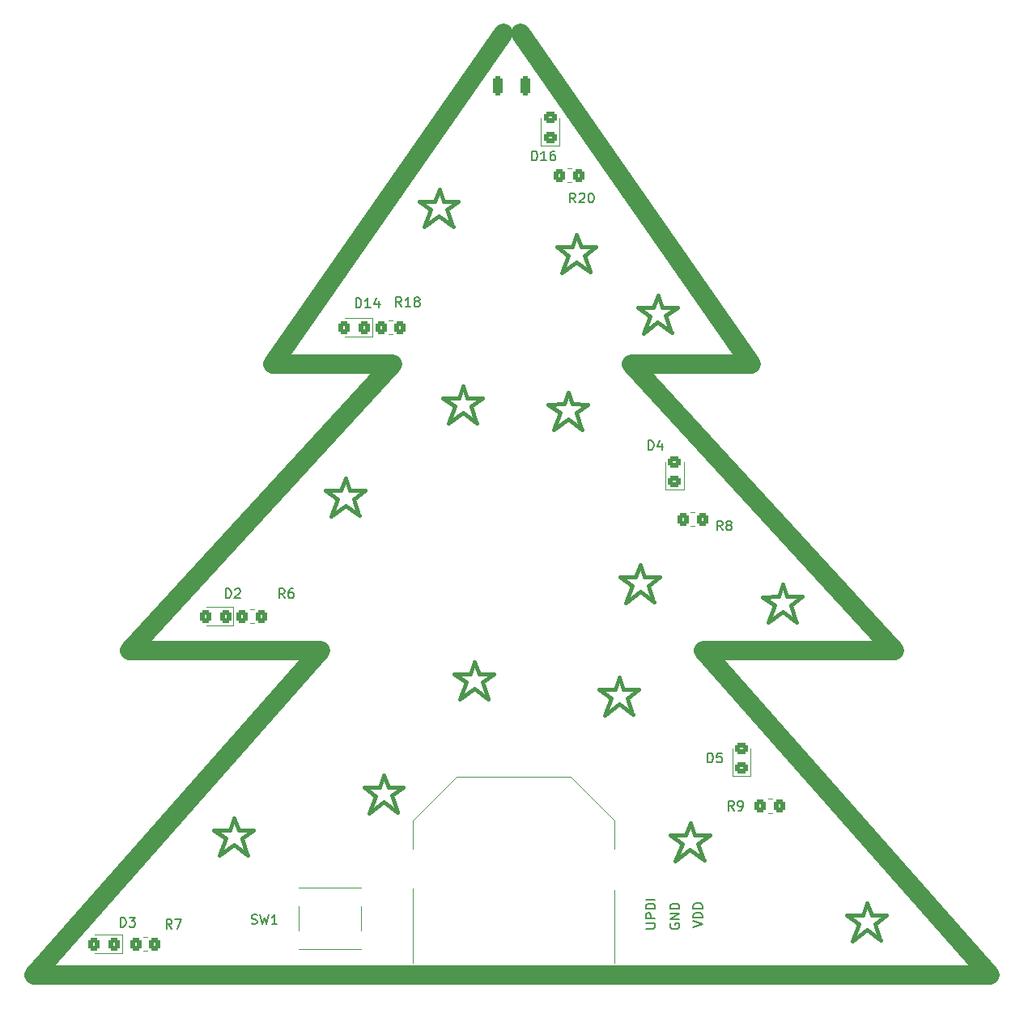
<source format=gto>
G04 #@! TF.GenerationSoftware,KiCad,Pcbnew,7.0.8*
G04 #@! TF.CreationDate,2024-10-12T14:26:17+02:00*
G04 #@! TF.ProjectId,PCB_Christmas_Tree,5043425f-4368-4726-9973-746d61735f54,rev?*
G04 #@! TF.SameCoordinates,Original*
G04 #@! TF.FileFunction,Legend,Top*
G04 #@! TF.FilePolarity,Positive*
%FSLAX46Y46*%
G04 Gerber Fmt 4.6, Leading zero omitted, Abs format (unit mm)*
G04 Created by KiCad (PCBNEW 7.0.8) date 2024-10-12 14:26:17*
%MOMM*%
%LPD*%
G01*
G04 APERTURE LIST*
G04 Aperture macros list*
%AMRoundRect*
0 Rectangle with rounded corners*
0 $1 Rounding radius*
0 $2 $3 $4 $5 $6 $7 $8 $9 X,Y pos of 4 corners*
0 Add a 4 corners polygon primitive as box body*
4,1,4,$2,$3,$4,$5,$6,$7,$8,$9,$2,$3,0*
0 Add four circle primitives for the rounded corners*
1,1,$1+$1,$2,$3*
1,1,$1+$1,$4,$5*
1,1,$1+$1,$6,$7*
1,1,$1+$1,$8,$9*
0 Add four rect primitives between the rounded corners*
20,1,$1+$1,$2,$3,$4,$5,0*
20,1,$1+$1,$4,$5,$6,$7,0*
20,1,$1+$1,$6,$7,$8,$9,0*
20,1,$1+$1,$8,$9,$2,$3,0*%
G04 Aperture macros list end*
%ADD10C,0.400000*%
%ADD11C,2.000000*%
%ADD12C,0.150000*%
%ADD13C,0.120000*%
%ADD14C,0.100000*%
%ADD15RoundRect,0.250000X0.450000X-0.325000X0.450000X0.325000X-0.450000X0.325000X-0.450000X-0.325000X0*%
%ADD16R,1.550000X1.300000*%
%ADD17RoundRect,0.250000X0.325000X0.450000X-0.325000X0.450000X-0.325000X-0.450000X0.325000X-0.450000X0*%
%ADD18C,3.000000*%
%ADD19R,5.000000X5.000000*%
%ADD20R,3.000000X2.000000*%
%ADD21RoundRect,0.250000X-0.350000X-0.450000X0.350000X-0.450000X0.350000X0.450000X-0.350000X0.450000X0*%
%ADD22RoundRect,0.250000X-0.250000X-0.750000X0.250000X-0.750000X0.250000X0.750000X-0.250000X0.750000X0*%
%ADD23R,1.700000X1.700000*%
%ADD24O,1.700000X1.700000*%
G04 APERTURE END LIST*
D10*
X142000000Y-57870000D02*
X140490000Y-59000000D01*
X155504676Y-79104140D02*
X153994676Y-80234140D01*
X118470000Y-122110000D02*
X120120000Y-122090000D01*
X160010000Y-108300000D02*
X159330000Y-110080000D01*
X168280000Y-121370000D02*
X168730000Y-122630000D01*
X153424676Y-77564140D02*
X154674676Y-78454140D01*
X186790000Y-129760000D02*
X187240000Y-131020000D01*
X136260000Y-116360000D02*
X135800000Y-117620000D01*
X130120000Y-86600000D02*
X131770000Y-86580000D01*
X145700000Y-107310000D02*
X144190000Y-108440000D01*
X184680000Y-131040000D02*
X186330000Y-131020000D01*
X155534676Y-76284140D02*
X155074676Y-77544140D01*
X143670000Y-77800000D02*
X142990000Y-79580000D01*
X158430000Y-61110000D02*
X156860000Y-61100000D01*
X132200000Y-88140000D02*
X133670000Y-89220000D01*
X143620000Y-105770000D02*
X145270000Y-105750000D01*
X164040000Y-68330000D02*
X163360000Y-70110000D01*
X146550000Y-76900000D02*
X144980000Y-76890000D01*
X177940000Y-99250000D02*
X179410000Y-100330000D01*
X136230000Y-119180000D02*
X137700000Y-120260000D01*
D11*
X162138000Y-73324000D02*
X189638000Y-103324000D01*
D10*
X132230000Y-85320000D02*
X132680000Y-86580000D01*
D11*
X162138000Y-73324000D02*
X174638000Y-73324000D01*
D10*
X136230000Y-119180000D02*
X134720000Y-120310000D01*
X163050000Y-94360000D02*
X162590000Y-95620000D01*
D11*
X137138000Y-73324000D02*
X109638000Y-103324000D01*
D10*
X186790000Y-129760000D02*
X186330000Y-131020000D01*
X184680000Y-131040000D02*
X185930000Y-131930000D01*
X120580000Y-120830000D02*
X121030000Y-122090000D01*
X135400000Y-118530000D02*
X134720000Y-120310000D01*
X153424676Y-77564140D02*
X155074676Y-77544140D01*
X163870000Y-96520000D02*
X165070000Y-95630000D01*
X177970000Y-96430000D02*
X177510000Y-97690000D01*
D11*
X148738000Y-38724000D02*
X124638000Y-73324000D01*
D10*
X169100000Y-123530000D02*
X170300000Y-122640000D01*
X155550000Y-62010000D02*
X154870000Y-63790000D01*
X169100000Y-123530000D02*
X169650000Y-125190000D01*
X170300000Y-122640000D02*
X168730000Y-122630000D01*
X122600000Y-122100000D02*
X121030000Y-122090000D01*
X179990000Y-97700000D02*
X178420000Y-97690000D01*
X178790000Y-98590000D02*
X179340000Y-100250000D01*
X120580000Y-120830000D02*
X120120000Y-122090000D01*
X160840000Y-108950000D02*
X159330000Y-110080000D01*
X186760000Y-132580000D02*
X185250000Y-133710000D01*
X166170000Y-122650000D02*
X167820000Y-122630000D01*
X167420000Y-123540000D02*
X166740000Y-125320000D01*
X187610000Y-131920000D02*
X188160000Y-133580000D01*
X163020000Y-97180000D02*
X161510000Y-98310000D01*
X154300000Y-61120000D02*
X155950000Y-61100000D01*
X163870000Y-96520000D02*
X164420000Y-98180000D01*
D11*
X199638000Y-137324000D02*
X99638000Y-137324000D01*
D10*
X145730000Y-104490000D02*
X146180000Y-105750000D01*
X164870000Y-68980000D02*
X163360000Y-70110000D01*
X161690000Y-108290000D02*
X162240000Y-109950000D01*
X121400000Y-122990000D02*
X122600000Y-122100000D01*
D11*
X169638000Y-103324000D02*
X199638000Y-137324000D01*
D10*
X187610000Y-131920000D02*
X188810000Y-131030000D01*
X162790000Y-67440000D02*
X164440000Y-67420000D01*
X136260000Y-116360000D02*
X136710000Y-117620000D01*
X177110000Y-98600000D02*
X176430000Y-100380000D01*
X120550000Y-123650000D02*
X119040000Y-124780000D01*
X156380000Y-62660000D02*
X154870000Y-63790000D01*
X177940000Y-99250000D02*
X176430000Y-100380000D01*
X160840000Y-108950000D02*
X162310000Y-110030000D01*
X143620000Y-105770000D02*
X144870000Y-106660000D01*
D11*
X189638000Y-103324000D02*
X169638000Y-103324000D01*
D10*
X132200000Y-88140000D02*
X130690000Y-89270000D01*
X156354676Y-78444140D02*
X157554676Y-77554140D01*
X156380000Y-62660000D02*
X157850000Y-63740000D01*
X141170000Y-57220000D02*
X140490000Y-59000000D01*
X132230000Y-85320000D02*
X131770000Y-86580000D01*
X160940000Y-95640000D02*
X162190000Y-96530000D01*
X175860000Y-97710000D02*
X177110000Y-98600000D01*
X144050000Y-56320000D02*
X142480000Y-56310000D01*
X175860000Y-97710000D02*
X177510000Y-97690000D01*
X158760000Y-107410000D02*
X160010000Y-108300000D01*
X142850000Y-57210000D02*
X144050000Y-56320000D01*
X155504676Y-79104140D02*
X156974676Y-80184140D01*
X188810000Y-131030000D02*
X187240000Y-131020000D01*
X162790000Y-67440000D02*
X164040000Y-68330000D01*
X145730000Y-104490000D02*
X145270000Y-105750000D01*
D11*
X129638000Y-103324000D02*
X109638000Y-103324000D01*
D10*
X144530000Y-75630000D02*
X144980000Y-76890000D01*
X130120000Y-86600000D02*
X131370000Y-87490000D01*
X156354676Y-78444140D02*
X156904676Y-80104140D01*
X133050000Y-87480000D02*
X133600000Y-89140000D01*
X156410000Y-59840000D02*
X155950000Y-61100000D01*
X144500000Y-78450000D02*
X142990000Y-79580000D01*
X168280000Y-121370000D02*
X167820000Y-122630000D01*
X166170000Y-122650000D02*
X167420000Y-123540000D01*
X164900000Y-66160000D02*
X165350000Y-67420000D01*
X142420000Y-76910000D02*
X144070000Y-76890000D01*
X163050000Y-94360000D02*
X163500000Y-95620000D01*
X142420000Y-76910000D02*
X143670000Y-77800000D01*
X144870000Y-106660000D02*
X144190000Y-108440000D01*
X144530000Y-75630000D02*
X144070000Y-76890000D01*
X160870000Y-106130000D02*
X161320000Y-107390000D01*
X166920000Y-67430000D02*
X165350000Y-67420000D01*
X185930000Y-131930000D02*
X185250000Y-133710000D01*
X138280000Y-117630000D02*
X136710000Y-117620000D01*
X131370000Y-87490000D02*
X130690000Y-89270000D01*
X120550000Y-123650000D02*
X122020000Y-124730000D01*
X121400000Y-122990000D02*
X121950000Y-124650000D01*
X186760000Y-132580000D02*
X188230000Y-133660000D01*
X137080000Y-118520000D02*
X138280000Y-117630000D01*
X139920000Y-56330000D02*
X141170000Y-57220000D01*
X154674676Y-78454140D02*
X153994676Y-80234140D01*
X155534676Y-76284140D02*
X155984676Y-77544140D01*
X146550000Y-106650000D02*
X147750000Y-105760000D01*
X133050000Y-87480000D02*
X134250000Y-86590000D01*
X142000000Y-57870000D02*
X143470000Y-58950000D01*
X134250000Y-86590000D02*
X132680000Y-86580000D01*
X165070000Y-95630000D02*
X163500000Y-95620000D01*
X168250000Y-124190000D02*
X166740000Y-125320000D01*
X163020000Y-97180000D02*
X164490000Y-98260000D01*
X157230000Y-62000000D02*
X158430000Y-61110000D01*
X137080000Y-118520000D02*
X137630000Y-120180000D01*
X146550000Y-106650000D02*
X147100000Y-108310000D01*
X147750000Y-105760000D02*
X146180000Y-105750000D01*
D11*
X124638000Y-73324000D02*
X137138000Y-73324000D01*
D10*
X158760000Y-107410000D02*
X160410000Y-107390000D01*
X142850000Y-57210000D02*
X143400000Y-58870000D01*
X134150000Y-117640000D02*
X135400000Y-118530000D01*
X157554676Y-77554140D02*
X155984676Y-77544140D01*
X142030000Y-55050000D02*
X141570000Y-56310000D01*
X165720000Y-68320000D02*
X166920000Y-67430000D01*
X164870000Y-68980000D02*
X166340000Y-70060000D01*
X139920000Y-56330000D02*
X141570000Y-56310000D01*
X161690000Y-108290000D02*
X162890000Y-107400000D01*
X162890000Y-107400000D02*
X161320000Y-107390000D01*
X160870000Y-106130000D02*
X160410000Y-107390000D01*
X177970000Y-96430000D02*
X178420000Y-97690000D01*
X165720000Y-68320000D02*
X166270000Y-69980000D01*
D11*
X129638000Y-103324000D02*
X99638000Y-137324000D01*
D10*
X134150000Y-117640000D02*
X135800000Y-117620000D01*
X119720000Y-123000000D02*
X119040000Y-124780000D01*
X168250000Y-124190000D02*
X169720000Y-125270000D01*
X145350000Y-77790000D02*
X145900000Y-79450000D01*
X154300000Y-61120000D02*
X155550000Y-62010000D01*
D11*
X150538000Y-38724000D02*
X174638000Y-73324000D01*
D10*
X157230000Y-62000000D02*
X157780000Y-63660000D01*
X164900000Y-66160000D02*
X164440000Y-67420000D01*
X178790000Y-98590000D02*
X179990000Y-97700000D01*
X160940000Y-95640000D02*
X162590000Y-95620000D01*
X118470000Y-122110000D02*
X119720000Y-123000000D01*
X145350000Y-77790000D02*
X146550000Y-76900000D01*
X162190000Y-96530000D02*
X161510000Y-98310000D01*
X156410000Y-59840000D02*
X156860000Y-61100000D01*
X142030000Y-55050000D02*
X142480000Y-56310000D01*
X145700000Y-107310000D02*
X147170000Y-108390000D01*
X144500000Y-78450000D02*
X145970000Y-79530000D01*
D12*
X168577819Y-132312077D02*
X169577819Y-131978744D01*
X169577819Y-131978744D02*
X168577819Y-131645411D01*
X169577819Y-131312077D02*
X168577819Y-131312077D01*
X168577819Y-131312077D02*
X168577819Y-131073982D01*
X168577819Y-131073982D02*
X168625438Y-130931125D01*
X168625438Y-130931125D02*
X168720676Y-130835887D01*
X168720676Y-130835887D02*
X168815914Y-130788268D01*
X168815914Y-130788268D02*
X169006390Y-130740649D01*
X169006390Y-130740649D02*
X169149247Y-130740649D01*
X169149247Y-130740649D02*
X169339723Y-130788268D01*
X169339723Y-130788268D02*
X169434961Y-130835887D01*
X169434961Y-130835887D02*
X169530200Y-130931125D01*
X169530200Y-130931125D02*
X169577819Y-131073982D01*
X169577819Y-131073982D02*
X169577819Y-131312077D01*
X169577819Y-130312077D02*
X168577819Y-130312077D01*
X168577819Y-130312077D02*
X168577819Y-130073982D01*
X168577819Y-130073982D02*
X168625438Y-129931125D01*
X168625438Y-129931125D02*
X168720676Y-129835887D01*
X168720676Y-129835887D02*
X168815914Y-129788268D01*
X168815914Y-129788268D02*
X169006390Y-129740649D01*
X169006390Y-129740649D02*
X169149247Y-129740649D01*
X169149247Y-129740649D02*
X169339723Y-129788268D01*
X169339723Y-129788268D02*
X169434961Y-129835887D01*
X169434961Y-129835887D02*
X169530200Y-129931125D01*
X169530200Y-129931125D02*
X169577819Y-130073982D01*
X169577819Y-130073982D02*
X169577819Y-130312077D01*
X163624819Y-132423220D02*
X164434342Y-132423220D01*
X164434342Y-132423220D02*
X164529580Y-132375601D01*
X164529580Y-132375601D02*
X164577200Y-132327982D01*
X164577200Y-132327982D02*
X164624819Y-132232744D01*
X164624819Y-132232744D02*
X164624819Y-132042268D01*
X164624819Y-132042268D02*
X164577200Y-131947030D01*
X164577200Y-131947030D02*
X164529580Y-131899411D01*
X164529580Y-131899411D02*
X164434342Y-131851792D01*
X164434342Y-131851792D02*
X163624819Y-131851792D01*
X164624819Y-131375601D02*
X163624819Y-131375601D01*
X163624819Y-131375601D02*
X163624819Y-130994649D01*
X163624819Y-130994649D02*
X163672438Y-130899411D01*
X163672438Y-130899411D02*
X163720057Y-130851792D01*
X163720057Y-130851792D02*
X163815295Y-130804173D01*
X163815295Y-130804173D02*
X163958152Y-130804173D01*
X163958152Y-130804173D02*
X164053390Y-130851792D01*
X164053390Y-130851792D02*
X164101009Y-130899411D01*
X164101009Y-130899411D02*
X164148628Y-130994649D01*
X164148628Y-130994649D02*
X164148628Y-131375601D01*
X164624819Y-130375601D02*
X163624819Y-130375601D01*
X163624819Y-130375601D02*
X163624819Y-130137506D01*
X163624819Y-130137506D02*
X163672438Y-129994649D01*
X163672438Y-129994649D02*
X163767676Y-129899411D01*
X163767676Y-129899411D02*
X163862914Y-129851792D01*
X163862914Y-129851792D02*
X164053390Y-129804173D01*
X164053390Y-129804173D02*
X164196247Y-129804173D01*
X164196247Y-129804173D02*
X164386723Y-129851792D01*
X164386723Y-129851792D02*
X164481961Y-129899411D01*
X164481961Y-129899411D02*
X164577200Y-129994649D01*
X164577200Y-129994649D02*
X164624819Y-130137506D01*
X164624819Y-130137506D02*
X164624819Y-130375601D01*
X164624819Y-129375601D02*
X163624819Y-129375601D01*
X166212438Y-131899411D02*
X166164819Y-131994649D01*
X166164819Y-131994649D02*
X166164819Y-132137506D01*
X166164819Y-132137506D02*
X166212438Y-132280363D01*
X166212438Y-132280363D02*
X166307676Y-132375601D01*
X166307676Y-132375601D02*
X166402914Y-132423220D01*
X166402914Y-132423220D02*
X166593390Y-132470839D01*
X166593390Y-132470839D02*
X166736247Y-132470839D01*
X166736247Y-132470839D02*
X166926723Y-132423220D01*
X166926723Y-132423220D02*
X167021961Y-132375601D01*
X167021961Y-132375601D02*
X167117200Y-132280363D01*
X167117200Y-132280363D02*
X167164819Y-132137506D01*
X167164819Y-132137506D02*
X167164819Y-132042268D01*
X167164819Y-132042268D02*
X167117200Y-131899411D01*
X167117200Y-131899411D02*
X167069580Y-131851792D01*
X167069580Y-131851792D02*
X166736247Y-131851792D01*
X166736247Y-131851792D02*
X166736247Y-132042268D01*
X167164819Y-131423220D02*
X166164819Y-131423220D01*
X166164819Y-131423220D02*
X167164819Y-130851792D01*
X167164819Y-130851792D02*
X166164819Y-130851792D01*
X167164819Y-130375601D02*
X166164819Y-130375601D01*
X166164819Y-130375601D02*
X166164819Y-130137506D01*
X166164819Y-130137506D02*
X166212438Y-129994649D01*
X166212438Y-129994649D02*
X166307676Y-129899411D01*
X166307676Y-129899411D02*
X166402914Y-129851792D01*
X166402914Y-129851792D02*
X166593390Y-129804173D01*
X166593390Y-129804173D02*
X166736247Y-129804173D01*
X166736247Y-129804173D02*
X166926723Y-129851792D01*
X166926723Y-129851792D02*
X167021961Y-129899411D01*
X167021961Y-129899411D02*
X167117200Y-129994649D01*
X167117200Y-129994649D02*
X167164819Y-130137506D01*
X167164819Y-130137506D02*
X167164819Y-130375601D01*
X170091905Y-115054819D02*
X170091905Y-114054819D01*
X170091905Y-114054819D02*
X170330000Y-114054819D01*
X170330000Y-114054819D02*
X170472857Y-114102438D01*
X170472857Y-114102438D02*
X170568095Y-114197676D01*
X170568095Y-114197676D02*
X170615714Y-114292914D01*
X170615714Y-114292914D02*
X170663333Y-114483390D01*
X170663333Y-114483390D02*
X170663333Y-114626247D01*
X170663333Y-114626247D02*
X170615714Y-114816723D01*
X170615714Y-114816723D02*
X170568095Y-114911961D01*
X170568095Y-114911961D02*
X170472857Y-115007200D01*
X170472857Y-115007200D02*
X170330000Y-115054819D01*
X170330000Y-115054819D02*
X170091905Y-115054819D01*
X171568095Y-114054819D02*
X171091905Y-114054819D01*
X171091905Y-114054819D02*
X171044286Y-114531009D01*
X171044286Y-114531009D02*
X171091905Y-114483390D01*
X171091905Y-114483390D02*
X171187143Y-114435771D01*
X171187143Y-114435771D02*
X171425238Y-114435771D01*
X171425238Y-114435771D02*
X171520476Y-114483390D01*
X171520476Y-114483390D02*
X171568095Y-114531009D01*
X171568095Y-114531009D02*
X171615714Y-114626247D01*
X171615714Y-114626247D02*
X171615714Y-114864342D01*
X171615714Y-114864342D02*
X171568095Y-114959580D01*
X171568095Y-114959580D02*
X171520476Y-115007200D01*
X171520476Y-115007200D02*
X171425238Y-115054819D01*
X171425238Y-115054819D02*
X171187143Y-115054819D01*
X171187143Y-115054819D02*
X171091905Y-115007200D01*
X171091905Y-115007200D02*
X171044286Y-114959580D01*
X122400667Y-131897200D02*
X122543524Y-131944819D01*
X122543524Y-131944819D02*
X122781619Y-131944819D01*
X122781619Y-131944819D02*
X122876857Y-131897200D01*
X122876857Y-131897200D02*
X122924476Y-131849580D01*
X122924476Y-131849580D02*
X122972095Y-131754342D01*
X122972095Y-131754342D02*
X122972095Y-131659104D01*
X122972095Y-131659104D02*
X122924476Y-131563866D01*
X122924476Y-131563866D02*
X122876857Y-131516247D01*
X122876857Y-131516247D02*
X122781619Y-131468628D01*
X122781619Y-131468628D02*
X122591143Y-131421009D01*
X122591143Y-131421009D02*
X122495905Y-131373390D01*
X122495905Y-131373390D02*
X122448286Y-131325771D01*
X122448286Y-131325771D02*
X122400667Y-131230533D01*
X122400667Y-131230533D02*
X122400667Y-131135295D01*
X122400667Y-131135295D02*
X122448286Y-131040057D01*
X122448286Y-131040057D02*
X122495905Y-130992438D01*
X122495905Y-130992438D02*
X122591143Y-130944819D01*
X122591143Y-130944819D02*
X122829238Y-130944819D01*
X122829238Y-130944819D02*
X122972095Y-130992438D01*
X123305429Y-130944819D02*
X123543524Y-131944819D01*
X123543524Y-131944819D02*
X123734000Y-131230533D01*
X123734000Y-131230533D02*
X123924476Y-131944819D01*
X123924476Y-131944819D02*
X124162572Y-130944819D01*
X125067333Y-131944819D02*
X124495905Y-131944819D01*
X124781619Y-131944819D02*
X124781619Y-130944819D01*
X124781619Y-130944819D02*
X124686381Y-131087676D01*
X124686381Y-131087676D02*
X124591143Y-131182914D01*
X124591143Y-131182914D02*
X124495905Y-131230533D01*
X119691905Y-97854819D02*
X119691905Y-96854819D01*
X119691905Y-96854819D02*
X119930000Y-96854819D01*
X119930000Y-96854819D02*
X120072857Y-96902438D01*
X120072857Y-96902438D02*
X120168095Y-96997676D01*
X120168095Y-96997676D02*
X120215714Y-97092914D01*
X120215714Y-97092914D02*
X120263333Y-97283390D01*
X120263333Y-97283390D02*
X120263333Y-97426247D01*
X120263333Y-97426247D02*
X120215714Y-97616723D01*
X120215714Y-97616723D02*
X120168095Y-97711961D01*
X120168095Y-97711961D02*
X120072857Y-97807200D01*
X120072857Y-97807200D02*
X119930000Y-97854819D01*
X119930000Y-97854819D02*
X119691905Y-97854819D01*
X120644286Y-96950057D02*
X120691905Y-96902438D01*
X120691905Y-96902438D02*
X120787143Y-96854819D01*
X120787143Y-96854819D02*
X121025238Y-96854819D01*
X121025238Y-96854819D02*
X121120476Y-96902438D01*
X121120476Y-96902438D02*
X121168095Y-96950057D01*
X121168095Y-96950057D02*
X121215714Y-97045295D01*
X121215714Y-97045295D02*
X121215714Y-97140533D01*
X121215714Y-97140533D02*
X121168095Y-97283390D01*
X121168095Y-97283390D02*
X120596667Y-97854819D01*
X120596667Y-97854819D02*
X121215714Y-97854819D01*
X163891905Y-82354819D02*
X163891905Y-81354819D01*
X163891905Y-81354819D02*
X164130000Y-81354819D01*
X164130000Y-81354819D02*
X164272857Y-81402438D01*
X164272857Y-81402438D02*
X164368095Y-81497676D01*
X164368095Y-81497676D02*
X164415714Y-81592914D01*
X164415714Y-81592914D02*
X164463333Y-81783390D01*
X164463333Y-81783390D02*
X164463333Y-81926247D01*
X164463333Y-81926247D02*
X164415714Y-82116723D01*
X164415714Y-82116723D02*
X164368095Y-82211961D01*
X164368095Y-82211961D02*
X164272857Y-82307200D01*
X164272857Y-82307200D02*
X164130000Y-82354819D01*
X164130000Y-82354819D02*
X163891905Y-82354819D01*
X165320476Y-81688152D02*
X165320476Y-82354819D01*
X165082381Y-81307200D02*
X164844286Y-82021485D01*
X164844286Y-82021485D02*
X165463333Y-82021485D01*
X172863333Y-120054819D02*
X172530000Y-119578628D01*
X172291905Y-120054819D02*
X172291905Y-119054819D01*
X172291905Y-119054819D02*
X172672857Y-119054819D01*
X172672857Y-119054819D02*
X172768095Y-119102438D01*
X172768095Y-119102438D02*
X172815714Y-119150057D01*
X172815714Y-119150057D02*
X172863333Y-119245295D01*
X172863333Y-119245295D02*
X172863333Y-119388152D01*
X172863333Y-119388152D02*
X172815714Y-119483390D01*
X172815714Y-119483390D02*
X172768095Y-119531009D01*
X172768095Y-119531009D02*
X172672857Y-119578628D01*
X172672857Y-119578628D02*
X172291905Y-119578628D01*
X173339524Y-120054819D02*
X173530000Y-120054819D01*
X173530000Y-120054819D02*
X173625238Y-120007200D01*
X173625238Y-120007200D02*
X173672857Y-119959580D01*
X173672857Y-119959580D02*
X173768095Y-119816723D01*
X173768095Y-119816723D02*
X173815714Y-119626247D01*
X173815714Y-119626247D02*
X173815714Y-119245295D01*
X173815714Y-119245295D02*
X173768095Y-119150057D01*
X173768095Y-119150057D02*
X173720476Y-119102438D01*
X173720476Y-119102438D02*
X173625238Y-119054819D01*
X173625238Y-119054819D02*
X173434762Y-119054819D01*
X173434762Y-119054819D02*
X173339524Y-119102438D01*
X173339524Y-119102438D02*
X173291905Y-119150057D01*
X173291905Y-119150057D02*
X173244286Y-119245295D01*
X173244286Y-119245295D02*
X173244286Y-119483390D01*
X173244286Y-119483390D02*
X173291905Y-119578628D01*
X173291905Y-119578628D02*
X173339524Y-119626247D01*
X173339524Y-119626247D02*
X173434762Y-119673866D01*
X173434762Y-119673866D02*
X173625238Y-119673866D01*
X173625238Y-119673866D02*
X173720476Y-119626247D01*
X173720476Y-119626247D02*
X173768095Y-119578628D01*
X173768095Y-119578628D02*
X173815714Y-119483390D01*
X171663333Y-90754819D02*
X171330000Y-90278628D01*
X171091905Y-90754819D02*
X171091905Y-89754819D01*
X171091905Y-89754819D02*
X171472857Y-89754819D01*
X171472857Y-89754819D02*
X171568095Y-89802438D01*
X171568095Y-89802438D02*
X171615714Y-89850057D01*
X171615714Y-89850057D02*
X171663333Y-89945295D01*
X171663333Y-89945295D02*
X171663333Y-90088152D01*
X171663333Y-90088152D02*
X171615714Y-90183390D01*
X171615714Y-90183390D02*
X171568095Y-90231009D01*
X171568095Y-90231009D02*
X171472857Y-90278628D01*
X171472857Y-90278628D02*
X171091905Y-90278628D01*
X172234762Y-90183390D02*
X172139524Y-90135771D01*
X172139524Y-90135771D02*
X172091905Y-90088152D01*
X172091905Y-90088152D02*
X172044286Y-89992914D01*
X172044286Y-89992914D02*
X172044286Y-89945295D01*
X172044286Y-89945295D02*
X172091905Y-89850057D01*
X172091905Y-89850057D02*
X172139524Y-89802438D01*
X172139524Y-89802438D02*
X172234762Y-89754819D01*
X172234762Y-89754819D02*
X172425238Y-89754819D01*
X172425238Y-89754819D02*
X172520476Y-89802438D01*
X172520476Y-89802438D02*
X172568095Y-89850057D01*
X172568095Y-89850057D02*
X172615714Y-89945295D01*
X172615714Y-89945295D02*
X172615714Y-89992914D01*
X172615714Y-89992914D02*
X172568095Y-90088152D01*
X172568095Y-90088152D02*
X172520476Y-90135771D01*
X172520476Y-90135771D02*
X172425238Y-90183390D01*
X172425238Y-90183390D02*
X172234762Y-90183390D01*
X172234762Y-90183390D02*
X172139524Y-90231009D01*
X172139524Y-90231009D02*
X172091905Y-90278628D01*
X172091905Y-90278628D02*
X172044286Y-90373866D01*
X172044286Y-90373866D02*
X172044286Y-90564342D01*
X172044286Y-90564342D02*
X172091905Y-90659580D01*
X172091905Y-90659580D02*
X172139524Y-90707200D01*
X172139524Y-90707200D02*
X172234762Y-90754819D01*
X172234762Y-90754819D02*
X172425238Y-90754819D01*
X172425238Y-90754819D02*
X172520476Y-90707200D01*
X172520476Y-90707200D02*
X172568095Y-90659580D01*
X172568095Y-90659580D02*
X172615714Y-90564342D01*
X172615714Y-90564342D02*
X172615714Y-90373866D01*
X172615714Y-90373866D02*
X172568095Y-90278628D01*
X172568095Y-90278628D02*
X172520476Y-90231009D01*
X172520476Y-90231009D02*
X172425238Y-90183390D01*
X156287142Y-56454819D02*
X155953809Y-55978628D01*
X155715714Y-56454819D02*
X155715714Y-55454819D01*
X155715714Y-55454819D02*
X156096666Y-55454819D01*
X156096666Y-55454819D02*
X156191904Y-55502438D01*
X156191904Y-55502438D02*
X156239523Y-55550057D01*
X156239523Y-55550057D02*
X156287142Y-55645295D01*
X156287142Y-55645295D02*
X156287142Y-55788152D01*
X156287142Y-55788152D02*
X156239523Y-55883390D01*
X156239523Y-55883390D02*
X156191904Y-55931009D01*
X156191904Y-55931009D02*
X156096666Y-55978628D01*
X156096666Y-55978628D02*
X155715714Y-55978628D01*
X156668095Y-55550057D02*
X156715714Y-55502438D01*
X156715714Y-55502438D02*
X156810952Y-55454819D01*
X156810952Y-55454819D02*
X157049047Y-55454819D01*
X157049047Y-55454819D02*
X157144285Y-55502438D01*
X157144285Y-55502438D02*
X157191904Y-55550057D01*
X157191904Y-55550057D02*
X157239523Y-55645295D01*
X157239523Y-55645295D02*
X157239523Y-55740533D01*
X157239523Y-55740533D02*
X157191904Y-55883390D01*
X157191904Y-55883390D02*
X156620476Y-56454819D01*
X156620476Y-56454819D02*
X157239523Y-56454819D01*
X157858571Y-55454819D02*
X157953809Y-55454819D01*
X157953809Y-55454819D02*
X158049047Y-55502438D01*
X158049047Y-55502438D02*
X158096666Y-55550057D01*
X158096666Y-55550057D02*
X158144285Y-55645295D01*
X158144285Y-55645295D02*
X158191904Y-55835771D01*
X158191904Y-55835771D02*
X158191904Y-56073866D01*
X158191904Y-56073866D02*
X158144285Y-56264342D01*
X158144285Y-56264342D02*
X158096666Y-56359580D01*
X158096666Y-56359580D02*
X158049047Y-56407200D01*
X158049047Y-56407200D02*
X157953809Y-56454819D01*
X157953809Y-56454819D02*
X157858571Y-56454819D01*
X157858571Y-56454819D02*
X157763333Y-56407200D01*
X157763333Y-56407200D02*
X157715714Y-56359580D01*
X157715714Y-56359580D02*
X157668095Y-56264342D01*
X157668095Y-56264342D02*
X157620476Y-56073866D01*
X157620476Y-56073866D02*
X157620476Y-55835771D01*
X157620476Y-55835771D02*
X157668095Y-55645295D01*
X157668095Y-55645295D02*
X157715714Y-55550057D01*
X157715714Y-55550057D02*
X157763333Y-55502438D01*
X157763333Y-55502438D02*
X157858571Y-55454819D01*
X114063333Y-132454819D02*
X113730000Y-131978628D01*
X113491905Y-132454819D02*
X113491905Y-131454819D01*
X113491905Y-131454819D02*
X113872857Y-131454819D01*
X113872857Y-131454819D02*
X113968095Y-131502438D01*
X113968095Y-131502438D02*
X114015714Y-131550057D01*
X114015714Y-131550057D02*
X114063333Y-131645295D01*
X114063333Y-131645295D02*
X114063333Y-131788152D01*
X114063333Y-131788152D02*
X114015714Y-131883390D01*
X114015714Y-131883390D02*
X113968095Y-131931009D01*
X113968095Y-131931009D02*
X113872857Y-131978628D01*
X113872857Y-131978628D02*
X113491905Y-131978628D01*
X114396667Y-131454819D02*
X115063333Y-131454819D01*
X115063333Y-131454819D02*
X114634762Y-132454819D01*
X138087142Y-67354819D02*
X137753809Y-66878628D01*
X137515714Y-67354819D02*
X137515714Y-66354819D01*
X137515714Y-66354819D02*
X137896666Y-66354819D01*
X137896666Y-66354819D02*
X137991904Y-66402438D01*
X137991904Y-66402438D02*
X138039523Y-66450057D01*
X138039523Y-66450057D02*
X138087142Y-66545295D01*
X138087142Y-66545295D02*
X138087142Y-66688152D01*
X138087142Y-66688152D02*
X138039523Y-66783390D01*
X138039523Y-66783390D02*
X137991904Y-66831009D01*
X137991904Y-66831009D02*
X137896666Y-66878628D01*
X137896666Y-66878628D02*
X137515714Y-66878628D01*
X139039523Y-67354819D02*
X138468095Y-67354819D01*
X138753809Y-67354819D02*
X138753809Y-66354819D01*
X138753809Y-66354819D02*
X138658571Y-66497676D01*
X138658571Y-66497676D02*
X138563333Y-66592914D01*
X138563333Y-66592914D02*
X138468095Y-66640533D01*
X139610952Y-66783390D02*
X139515714Y-66735771D01*
X139515714Y-66735771D02*
X139468095Y-66688152D01*
X139468095Y-66688152D02*
X139420476Y-66592914D01*
X139420476Y-66592914D02*
X139420476Y-66545295D01*
X139420476Y-66545295D02*
X139468095Y-66450057D01*
X139468095Y-66450057D02*
X139515714Y-66402438D01*
X139515714Y-66402438D02*
X139610952Y-66354819D01*
X139610952Y-66354819D02*
X139801428Y-66354819D01*
X139801428Y-66354819D02*
X139896666Y-66402438D01*
X139896666Y-66402438D02*
X139944285Y-66450057D01*
X139944285Y-66450057D02*
X139991904Y-66545295D01*
X139991904Y-66545295D02*
X139991904Y-66592914D01*
X139991904Y-66592914D02*
X139944285Y-66688152D01*
X139944285Y-66688152D02*
X139896666Y-66735771D01*
X139896666Y-66735771D02*
X139801428Y-66783390D01*
X139801428Y-66783390D02*
X139610952Y-66783390D01*
X139610952Y-66783390D02*
X139515714Y-66831009D01*
X139515714Y-66831009D02*
X139468095Y-66878628D01*
X139468095Y-66878628D02*
X139420476Y-66973866D01*
X139420476Y-66973866D02*
X139420476Y-67164342D01*
X139420476Y-67164342D02*
X139468095Y-67259580D01*
X139468095Y-67259580D02*
X139515714Y-67307200D01*
X139515714Y-67307200D02*
X139610952Y-67354819D01*
X139610952Y-67354819D02*
X139801428Y-67354819D01*
X139801428Y-67354819D02*
X139896666Y-67307200D01*
X139896666Y-67307200D02*
X139944285Y-67259580D01*
X139944285Y-67259580D02*
X139991904Y-67164342D01*
X139991904Y-67164342D02*
X139991904Y-66973866D01*
X139991904Y-66973866D02*
X139944285Y-66878628D01*
X139944285Y-66878628D02*
X139896666Y-66831009D01*
X139896666Y-66831009D02*
X139801428Y-66783390D01*
X108691905Y-132254819D02*
X108691905Y-131254819D01*
X108691905Y-131254819D02*
X108930000Y-131254819D01*
X108930000Y-131254819D02*
X109072857Y-131302438D01*
X109072857Y-131302438D02*
X109168095Y-131397676D01*
X109168095Y-131397676D02*
X109215714Y-131492914D01*
X109215714Y-131492914D02*
X109263333Y-131683390D01*
X109263333Y-131683390D02*
X109263333Y-131826247D01*
X109263333Y-131826247D02*
X109215714Y-132016723D01*
X109215714Y-132016723D02*
X109168095Y-132111961D01*
X109168095Y-132111961D02*
X109072857Y-132207200D01*
X109072857Y-132207200D02*
X108930000Y-132254819D01*
X108930000Y-132254819D02*
X108691905Y-132254819D01*
X109596667Y-131254819D02*
X110215714Y-131254819D01*
X110215714Y-131254819D02*
X109882381Y-131635771D01*
X109882381Y-131635771D02*
X110025238Y-131635771D01*
X110025238Y-131635771D02*
X110120476Y-131683390D01*
X110120476Y-131683390D02*
X110168095Y-131731009D01*
X110168095Y-131731009D02*
X110215714Y-131826247D01*
X110215714Y-131826247D02*
X110215714Y-132064342D01*
X110215714Y-132064342D02*
X110168095Y-132159580D01*
X110168095Y-132159580D02*
X110120476Y-132207200D01*
X110120476Y-132207200D02*
X110025238Y-132254819D01*
X110025238Y-132254819D02*
X109739524Y-132254819D01*
X109739524Y-132254819D02*
X109644286Y-132207200D01*
X109644286Y-132207200D02*
X109596667Y-132159580D01*
X133315714Y-67454819D02*
X133315714Y-66454819D01*
X133315714Y-66454819D02*
X133553809Y-66454819D01*
X133553809Y-66454819D02*
X133696666Y-66502438D01*
X133696666Y-66502438D02*
X133791904Y-66597676D01*
X133791904Y-66597676D02*
X133839523Y-66692914D01*
X133839523Y-66692914D02*
X133887142Y-66883390D01*
X133887142Y-66883390D02*
X133887142Y-67026247D01*
X133887142Y-67026247D02*
X133839523Y-67216723D01*
X133839523Y-67216723D02*
X133791904Y-67311961D01*
X133791904Y-67311961D02*
X133696666Y-67407200D01*
X133696666Y-67407200D02*
X133553809Y-67454819D01*
X133553809Y-67454819D02*
X133315714Y-67454819D01*
X134839523Y-67454819D02*
X134268095Y-67454819D01*
X134553809Y-67454819D02*
X134553809Y-66454819D01*
X134553809Y-66454819D02*
X134458571Y-66597676D01*
X134458571Y-66597676D02*
X134363333Y-66692914D01*
X134363333Y-66692914D02*
X134268095Y-66740533D01*
X135696666Y-66788152D02*
X135696666Y-67454819D01*
X135458571Y-66407200D02*
X135220476Y-67121485D01*
X135220476Y-67121485D02*
X135839523Y-67121485D01*
X125863333Y-97854819D02*
X125530000Y-97378628D01*
X125291905Y-97854819D02*
X125291905Y-96854819D01*
X125291905Y-96854819D02*
X125672857Y-96854819D01*
X125672857Y-96854819D02*
X125768095Y-96902438D01*
X125768095Y-96902438D02*
X125815714Y-96950057D01*
X125815714Y-96950057D02*
X125863333Y-97045295D01*
X125863333Y-97045295D02*
X125863333Y-97188152D01*
X125863333Y-97188152D02*
X125815714Y-97283390D01*
X125815714Y-97283390D02*
X125768095Y-97331009D01*
X125768095Y-97331009D02*
X125672857Y-97378628D01*
X125672857Y-97378628D02*
X125291905Y-97378628D01*
X126720476Y-96854819D02*
X126530000Y-96854819D01*
X126530000Y-96854819D02*
X126434762Y-96902438D01*
X126434762Y-96902438D02*
X126387143Y-96950057D01*
X126387143Y-96950057D02*
X126291905Y-97092914D01*
X126291905Y-97092914D02*
X126244286Y-97283390D01*
X126244286Y-97283390D02*
X126244286Y-97664342D01*
X126244286Y-97664342D02*
X126291905Y-97759580D01*
X126291905Y-97759580D02*
X126339524Y-97807200D01*
X126339524Y-97807200D02*
X126434762Y-97854819D01*
X126434762Y-97854819D02*
X126625238Y-97854819D01*
X126625238Y-97854819D02*
X126720476Y-97807200D01*
X126720476Y-97807200D02*
X126768095Y-97759580D01*
X126768095Y-97759580D02*
X126815714Y-97664342D01*
X126815714Y-97664342D02*
X126815714Y-97426247D01*
X126815714Y-97426247D02*
X126768095Y-97331009D01*
X126768095Y-97331009D02*
X126720476Y-97283390D01*
X126720476Y-97283390D02*
X126625238Y-97235771D01*
X126625238Y-97235771D02*
X126434762Y-97235771D01*
X126434762Y-97235771D02*
X126339524Y-97283390D01*
X126339524Y-97283390D02*
X126291905Y-97331009D01*
X126291905Y-97331009D02*
X126244286Y-97426247D01*
X151715714Y-52054819D02*
X151715714Y-51054819D01*
X151715714Y-51054819D02*
X151953809Y-51054819D01*
X151953809Y-51054819D02*
X152096666Y-51102438D01*
X152096666Y-51102438D02*
X152191904Y-51197676D01*
X152191904Y-51197676D02*
X152239523Y-51292914D01*
X152239523Y-51292914D02*
X152287142Y-51483390D01*
X152287142Y-51483390D02*
X152287142Y-51626247D01*
X152287142Y-51626247D02*
X152239523Y-51816723D01*
X152239523Y-51816723D02*
X152191904Y-51911961D01*
X152191904Y-51911961D02*
X152096666Y-52007200D01*
X152096666Y-52007200D02*
X151953809Y-52054819D01*
X151953809Y-52054819D02*
X151715714Y-52054819D01*
X153239523Y-52054819D02*
X152668095Y-52054819D01*
X152953809Y-52054819D02*
X152953809Y-51054819D01*
X152953809Y-51054819D02*
X152858571Y-51197676D01*
X152858571Y-51197676D02*
X152763333Y-51292914D01*
X152763333Y-51292914D02*
X152668095Y-51340533D01*
X154096666Y-51054819D02*
X153906190Y-51054819D01*
X153906190Y-51054819D02*
X153810952Y-51102438D01*
X153810952Y-51102438D02*
X153763333Y-51150057D01*
X153763333Y-51150057D02*
X153668095Y-51292914D01*
X153668095Y-51292914D02*
X153620476Y-51483390D01*
X153620476Y-51483390D02*
X153620476Y-51864342D01*
X153620476Y-51864342D02*
X153668095Y-51959580D01*
X153668095Y-51959580D02*
X153715714Y-52007200D01*
X153715714Y-52007200D02*
X153810952Y-52054819D01*
X153810952Y-52054819D02*
X154001428Y-52054819D01*
X154001428Y-52054819D02*
X154096666Y-52007200D01*
X154096666Y-52007200D02*
X154144285Y-51959580D01*
X154144285Y-51959580D02*
X154191904Y-51864342D01*
X154191904Y-51864342D02*
X154191904Y-51626247D01*
X154191904Y-51626247D02*
X154144285Y-51531009D01*
X154144285Y-51531009D02*
X154096666Y-51483390D01*
X154096666Y-51483390D02*
X154001428Y-51435771D01*
X154001428Y-51435771D02*
X153810952Y-51435771D01*
X153810952Y-51435771D02*
X153715714Y-51483390D01*
X153715714Y-51483390D02*
X153668095Y-51531009D01*
X153668095Y-51531009D02*
X153620476Y-51626247D01*
D13*
X172670000Y-116460000D02*
X174590000Y-116460000D01*
X174590000Y-116460000D02*
X174590000Y-113600000D01*
X172670000Y-113600000D02*
X172670000Y-116460000D01*
X133822000Y-134593000D02*
X127362000Y-134593000D01*
X133822000Y-134563000D02*
X133822000Y-134593000D01*
X133822000Y-132663000D02*
X133822000Y-130063000D01*
X133822000Y-128133000D02*
X133822000Y-128163000D01*
X133822000Y-128133000D02*
X127362000Y-128133000D01*
X127362000Y-134593000D02*
X127362000Y-134563000D01*
X127362000Y-132663000D02*
X127362000Y-130063000D01*
X127362000Y-128133000D02*
X127362000Y-128163000D01*
X120505000Y-100700000D02*
X120505000Y-98780000D01*
X120505000Y-98780000D02*
X117645000Y-98780000D01*
X117645000Y-100700000D02*
X120505000Y-100700000D01*
D14*
X139274000Y-121147000D02*
X139274000Y-124068000D01*
X139274000Y-121147000D02*
X143846000Y-116575000D01*
X139274000Y-128259000D02*
X139274000Y-136006000D01*
X155784000Y-116575000D02*
X143846000Y-116575000D01*
X160356000Y-121147000D02*
X155784000Y-116575000D01*
X160356000Y-124068000D02*
X160356000Y-121147000D01*
X160356000Y-136006000D02*
X160356000Y-128386000D01*
D13*
X165670000Y-86460000D02*
X167590000Y-86460000D01*
X167590000Y-86460000D02*
X167590000Y-83600000D01*
X165670000Y-83600000D02*
X165670000Y-86460000D01*
X176402936Y-118865000D02*
X176857064Y-118865000D01*
X176402936Y-120335000D02*
X176857064Y-120335000D01*
X168315436Y-88865000D02*
X168769564Y-88865000D01*
X168315436Y-90335000D02*
X168769564Y-90335000D01*
X155402936Y-52865000D02*
X155857064Y-52865000D01*
X155402936Y-54335000D02*
X155857064Y-54335000D01*
X111060936Y-133295000D02*
X111515064Y-133295000D01*
X111060936Y-134765000D02*
X111515064Y-134765000D01*
X136714936Y-68779000D02*
X137169064Y-68779000D01*
X136714936Y-70249000D02*
X137169064Y-70249000D01*
X108830000Y-134990000D02*
X108830000Y-133070000D01*
X108830000Y-133070000D02*
X105970000Y-133070000D01*
X105970000Y-134990000D02*
X108830000Y-134990000D01*
X134992000Y-70474000D02*
X134992000Y-68554000D01*
X134992000Y-68554000D02*
X132132000Y-68554000D01*
X132132000Y-70474000D02*
X134992000Y-70474000D01*
X122217936Y-99005000D02*
X122672064Y-99005000D01*
X122217936Y-100475000D02*
X122672064Y-100475000D01*
X152670000Y-50460000D02*
X154590000Y-50460000D01*
X154590000Y-50460000D02*
X154590000Y-47600000D01*
X152670000Y-47600000D02*
X152670000Y-50460000D01*
%LPC*%
D15*
X173630000Y-115625000D03*
X173630000Y-113575000D03*
D16*
X134567000Y-133613000D03*
X126617000Y-133613000D03*
X134567000Y-129113000D03*
X126617000Y-129113000D03*
D17*
X119670000Y-99740000D03*
X117620000Y-99740000D03*
D18*
X139274000Y-126227000D03*
X160356000Y-126227000D03*
D19*
X149815000Y-126227000D03*
D20*
X147130000Y-89568000D03*
X147130000Y-92870000D03*
X147130000Y-96172000D03*
X147130000Y-99220000D03*
D15*
X166630000Y-85625000D03*
X166630000Y-83575000D03*
D21*
X175630000Y-119600000D03*
X177630000Y-119600000D03*
X167542500Y-89600000D03*
X169542500Y-89600000D03*
X154630000Y-53600000D03*
X156630000Y-53600000D03*
D22*
X151039000Y-44241000D03*
D21*
X110288000Y-134030000D03*
X112288000Y-134030000D03*
D22*
X148118000Y-44241000D03*
D21*
X135942000Y-69514000D03*
X137942000Y-69514000D03*
D17*
X107995000Y-134030000D03*
X105945000Y-134030000D03*
X134157000Y-69514000D03*
X132107000Y-69514000D03*
D21*
X121445000Y-99740000D03*
X123445000Y-99740000D03*
D15*
X153630000Y-49625000D03*
X153630000Y-47575000D03*
D23*
X169155000Y-134600000D03*
D24*
X166615000Y-134600000D03*
X164075000Y-134600000D03*
%LPD*%
M02*

</source>
